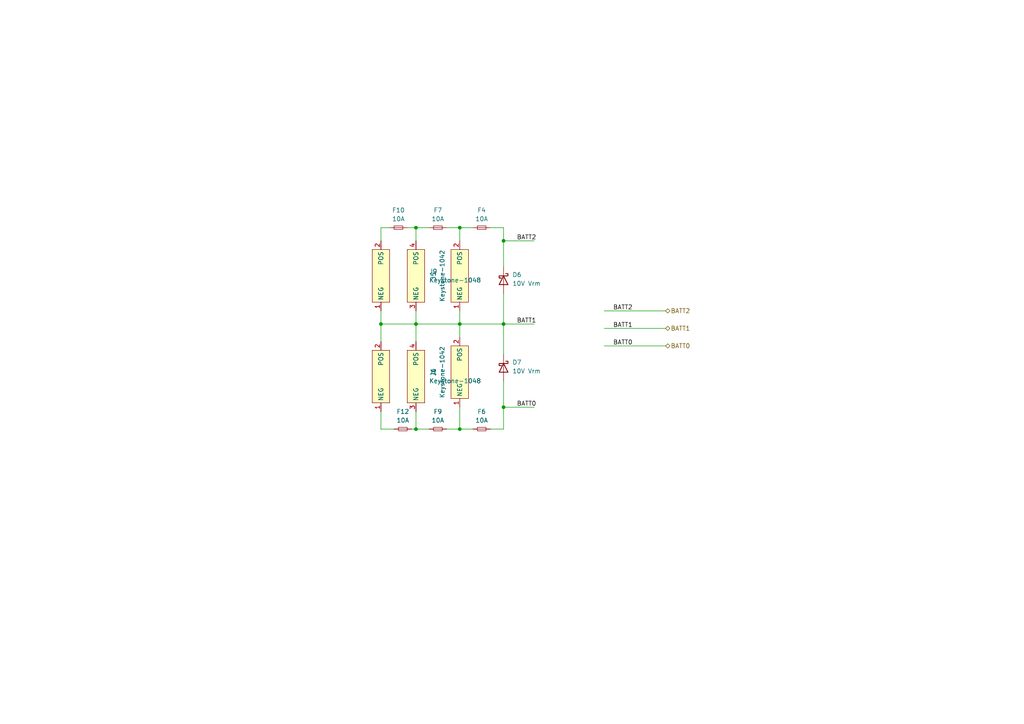
<source format=kicad_sch>
(kicad_sch (version 20231120) (generator "eeschema") (generator_version "8.0")
  (paper "A4")
  (lib_symbols
    (symbol "Battery-Board:Keystone-1042"
      (property "Reference" "J" (at -0.254 5.842 0))
      (property "Value" "Keystone-1042" (at 0 4.064 0))
      (symbol "Keystone-1042_1_1"
        (rectangle (start -7.62 2.54) (end 7.62 -2.54) (fill (type background)))
        (pin power_in line (at -10.16 0 0) (length 2.54) (name "NEG") (number "1"))
        (pin power_out line (at 10.16 0 180) (length 2.54) (name "POS") (number "2"))
      )
    )
    (symbol "Battery-Board:Keystone-1048"
      (property "Reference" "J" (at -0.254 10.922 0))
      (property "Value" "Keystone-1048" (at 0 9.144 0))
      (symbol "Keystone-1048_1_1"
        (rectangle (start -7.62 -2.54) (end 7.62 -7.62) (fill (type background)))
        (rectangle (start -7.62 7.62) (end 7.62 2.54) (fill (type background)))
        (pin power_in line (at -10.16 5.08 0) (length 2.54) (name "NEG") (number "1"))
        (pin power_out line (at 10.16 5.08 180) (length 2.54) (name "POS") (number "2"))
        (pin power_in line (at -10.16 -5.08 0) (length 2.54) (name "NEG") (number "3"))
        (pin power_out line (at 10.16 -5.08 180) (length 2.54) (name "POS") (number "4"))
      )
    )
    (symbol "Device:D_Schottky" (pin_numbers hide) (pin_names (offset 1.016) hide)
      (property "Reference" "D" (at 0 2.54 0))
      (property "Value" "D_Schottky" (at 0 -2.54 0))
      (symbol "D_Schottky_0_1"
        (polyline (pts (xy 1.27 0) (xy -1.27 0)))
        (polyline (pts (xy 1.27 1.27) (xy 1.27 -1.27) (xy -1.27 0) (xy 1.27 1.27)) (stroke (width 0.254)))
        (polyline (pts (xy -1.905 0.635) (xy -1.905 1.27) (xy -1.27 1.27) (xy -1.27 -1.27) (xy -0.635 -1.27) (xy -0.635 -0.635)) (stroke (width 0.254)))
      )
      (symbol "D_Schottky_1_1"
        (pin passive line (at -3.81 0 0) (length 2.54) (name "K") (number "1"))
        (pin passive line (at 3.81 0 180) (length 2.54) (name "A") (number "2"))
      )
    )
    (symbol "Device:Fuse_Small" (pin_numbers hide) (pin_names (offset 0.254) hide)
      (property "Reference" "F" (at 0 -1.524 0))
      (property "Value" "Fuse_Small" (at 0 1.524 0))
      (symbol "Fuse_Small_0_1"
        (rectangle (start -1.27 0.508) (end 1.27 -0.508))
        (polyline (pts (xy -1.27 0) (xy 1.27 0)))
      )
      (symbol "Fuse_Small_1_1"
        (pin passive line (at -2.54 0 0) (length 1.27) (name "~") (number "1"))
        (pin passive line (at 2.54 0 180) (length 1.27) (name "~") (number "2"))
      )
    )
  )
  (junction (at 120.65 124.46))
  (junction (at 133.35 124.46))
  (junction (at 146.05 93.98))
  (junction (at 133.35 66.04))
  (junction (at 120.65 66.04))
  (junction (at 120.65 93.98))
  (junction (at 146.05 69.85))
  (junction (at 133.35 93.98))
  (junction (at 110.49 93.98))
  (junction (at 146.05 118.11))
  (wire (pts (xy 175.26 100.33) (xy 193.04 100.33)))
  (wire (pts (xy 129.54 124.46) (xy 133.35 124.46)))
  (wire (pts (xy 110.49 99.06) (xy 110.49 93.98)))
  (wire (pts (xy 142.24 124.46) (xy 146.05 124.46)))
  (wire (pts (xy 133.35 66.04) (xy 137.16 66.04)))
  (wire (pts (xy 120.65 119.38) (xy 120.65 124.46)))
  (wire (pts (xy 110.49 66.04) (xy 113.03 66.04)))
  (wire (pts (xy 146.05 110.49) (xy 146.05 118.11)))
  (wire (pts (xy 119.38 124.46) (xy 120.65 124.46)))
  (wire (pts (xy 120.65 93.98) (xy 133.35 93.98)))
  (wire (pts (xy 133.35 124.46) (xy 133.35 118.11)))
  (wire (pts (xy 110.49 124.46) (xy 110.49 119.38)))
  (wire (pts (xy 120.65 90.17) (xy 120.65 93.98)))
  (wire (pts (xy 133.35 124.46) (xy 137.16 124.46)))
  (wire (pts (xy 110.49 124.46) (xy 114.3 124.46)))
  (wire (pts (xy 146.05 93.98) (xy 146.05 102.87)))
  (wire (pts (xy 120.65 66.04) (xy 124.46 66.04)))
  (wire (pts (xy 110.49 93.98) (xy 120.65 93.98)))
  (wire (pts (xy 133.35 97.79) (xy 133.35 93.98)))
  (wire (pts (xy 146.05 69.85) (xy 146.05 77.47)))
  (wire (pts (xy 120.65 66.04) (xy 120.65 69.85)))
  (wire (pts (xy 120.65 124.46) (xy 124.46 124.46)))
  (wire (pts (xy 133.35 93.98) (xy 146.05 93.98)))
  (wire (pts (xy 175.26 90.17) (xy 193.04 90.17)))
  (wire (pts (xy 133.35 66.04) (xy 133.35 69.85)))
  (wire (pts (xy 146.05 93.98) (xy 154.94 93.98)))
  (wire (pts (xy 110.49 90.17) (xy 110.49 93.98)))
  (wire (pts (xy 129.54 66.04) (xy 133.35 66.04)))
  (wire (pts (xy 146.05 66.04) (xy 146.05 69.85)))
  (wire (pts (xy 118.11 66.04) (xy 120.65 66.04)))
  (wire (pts (xy 146.05 69.85) (xy 154.94 69.85)))
  (wire (pts (xy 110.49 66.04) (xy 110.49 69.85)))
  (wire (pts (xy 146.05 118.11) (xy 154.94 118.11)))
  (wire (pts (xy 120.65 93.98) (xy 120.65 99.06)))
  (wire (pts (xy 146.05 85.09) (xy 146.05 93.98)))
  (wire (pts (xy 133.35 93.98) (xy 133.35 90.17)))
  (wire (pts (xy 175.26 95.25) (xy 193.04 95.25)))
  (wire (pts (xy 142.24 66.04) (xy 146.05 66.04)))
  (wire (pts (xy 146.05 124.46) (xy 146.05 118.11)))
  (label "BATT1" (at 177.8 95.25 0))
  (label "BATT2" (at 149.86 69.85 0))
  (label "BATT0" (at 177.8 100.33 0))
  (label "BATT2" (at 177.8 90.17 0))
  (label "BATT0" (at 149.86 118.11 0))
  (label "BATT1" (at 149.86 93.98 0))
  (hierarchical_label "BATT0" (shape bidirectional) (at 193.04 100.33 0))
  (hierarchical_label "BATT1" (shape bidirectional) (at 193.04 95.25 0))
  (hierarchical_label "BATT2" (shape bidirectional) (at 193.04 90.17 0))
  (symbol (lib_id "Device:Fuse_Small") (at 139.7 124.46 0) (unit 1)
    (property "Reference" "F6" (at 139.7 119.38 0))
    (property "Value" "10A" (at 139.7 121.92 0))
    (property "Footprint" "Fuse:Fuse_1206_3216Metric" (effects (hide yes)))
    (property "Description" "Fuse, small symbol" (effects (hide yes)))
  )
  (symbol (lib_id "Device:D_Schottky") (at 146.05 106.68 270) (unit 1)
    (property "Reference" "D7" (at 148.59 105.0924 90) (effects (justify left)))
    (property "Value" "10V Vrm" (at 148.59 107.6324 90) (effects (justify left)))
    (property "Footprint" "Diode_SMD:D_SOD-123F" (effects (hide yes)))
    (property "Description" "Schottky diode" (effects (hide yes)))
  )
  (symbol (lib_id "Device:Fuse_Small") (at 127 124.46 0) (unit 1)
    (property "Reference" "F9" (at 127 119.38 0))
    (property "Value" "10A" (at 127 121.92 0))
    (property "Footprint" "Fuse:Fuse_1206_3216Metric" (effects (hide yes)))
    (property "Description" "Fuse, small symbol" (effects (hide yes)))
  )
  (symbol (lib_id "Battery-Board:Keystone-1042") (at 133.35 107.95 90) (unit 1)
    (property "Reference" "J6" (at 125.73 107.95 0))
    (property "Value" "Keystone-1042" (at 128.27 107.95 0))
    (property "Footprint" "Battery-Board:Keystone_1042" (effects (hide yes)))
  )
  (symbol (lib_id "Device:Fuse_Small") (at 115.57 66.04 0) (unit 1)
    (property "Reference" "F10" (at 115.57 60.96 0))
    (property "Value" "10A" (at 115.57 63.5 0))
    (property "Footprint" "Fuse:Fuse_1206_3216Metric" (effects (hide yes)))
    (property "Description" "Fuse, small symbol" (effects (hide yes)))
  )
  (symbol (lib_id "Device:Fuse_Small") (at 139.7 66.04 0) (unit 1)
    (property "Reference" "F4" (at 139.7 60.96 0))
    (property "Value" "10A" (at 139.7 63.5 0))
    (property "Footprint" "Fuse:Fuse_1206_3216Metric" (effects (hide yes)))
    (property "Description" "Fuse, small symbol" (effects (hide yes)))
  )
  (symbol (lib_id "Battery-Board:Keystone-1042") (at 133.35 80.01 90) (unit 1)
    (property "Reference" "J5" (at 125.73 80.01 0))
    (property "Value" "Keystone-1042" (at 128.27 80.01 0))
    (property "Footprint" "Battery-Board:Keystone_1042" (effects (hide yes)))
  )
  (symbol (lib_id "Battery-Board:Keystone-1048") (at 115.57 109.22 90) (unit 1)
    (property "Reference" "J1" (at 124.46 107.9499 90) (effects (justify right)))
    (property "Value" "Keystone-1048" (at 124.46 110.4899 90) (effects (justify right)))
    (property "Footprint" "Battery-Board:BAT_1048" (effects (hide yes)))
  )
  (symbol (lib_id "Device:D_Schottky") (at 146.05 81.28 270) (unit 1)
    (property "Reference" "D6" (at 148.59 79.6924 90) (effects (justify left)))
    (property "Value" "10V Vrm" (at 148.59 82.2324 90) (effects (justify left)))
    (property "Footprint" "Diode_SMD:D_SOD-123F" (effects (hide yes)))
    (property "Description" "Schottky diode" (effects (hide yes)))
  )
  (symbol (lib_id "Device:Fuse_Small") (at 116.84 124.46 0) (unit 1)
    (property "Reference" "F12" (at 116.84 119.38 0))
    (property "Value" "10A" (at 116.84 121.92 0))
    (property "Footprint" "Fuse:Fuse_1206_3216Metric" (effects (hide yes)))
    (property "Description" "Fuse, small symbol" (effects (hide yes)))
  )
  (symbol (lib_id "Battery-Board:Keystone-1048") (at 115.57 80.01 90) (unit 1)
    (property "Reference" "J9" (at 124.46 78.7399 90) (effects (justify right)))
    (property "Value" "Keystone-1048" (at 124.46 81.2799 90) (effects (justify right)))
    (property "Footprint" "Battery-Board:BAT_1048" (effects (hide yes)))
  )
  (symbol (lib_id "Device:Fuse_Small") (at 127 66.04 0) (unit 1)
    (property "Reference" "F7" (at 127 60.96 0))
    (property "Value" "10A" (at 127 63.5 0))
    (property "Footprint" "Fuse:Fuse_1206_3216Metric" (effects (hide yes)))
    (property "Description" "Fuse, small symbol" (effects (hide yes)))
  )
)
</source>
